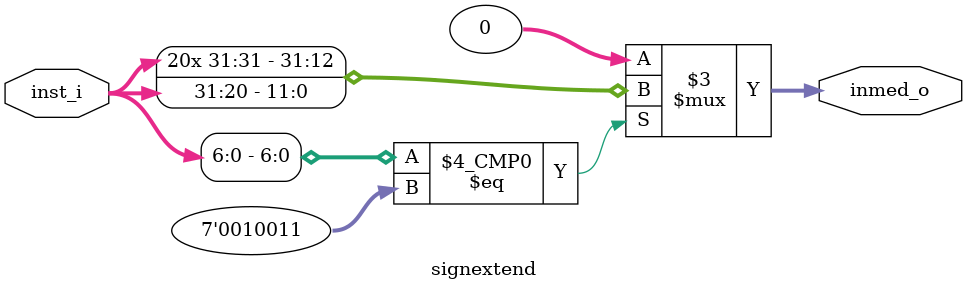
<source format=v>
module signextend (
	input 			[31:0] 	inst_i,
	output	reg 	[31:0]	inmed_o	
	
);
	always@(*)
	begin
		case(inst_i[6:0]) 		// Evaluamos el OPCODE	
			7'b0010011:
				inmed_o = {{20{inst_i[31]}}, inst_i[31:20]};
			default:
				inmed_o = 32'b0;
		
		endcase
	end
endmodule
</source>
